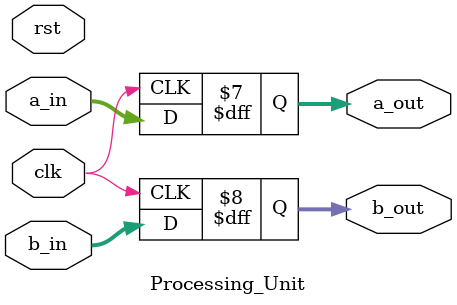
<source format=v>
module Processing_Unit #(
    parameter SIZE = 32,
    parameter ADDR_W = $clog2(SIZE),
    parameter DATA_W = 32,
    parameter MAC_W = 64
) (
    input clk,
    input rst,
    input [DATA_W-1:0] a_in, input [DATA_W-1:0] b_in,
    output [DATA_W-1:0] a_out, output [DATA_W-1:0] b_out
);
    wire [MAC_W-1:0] product;
    reg [MAC_W-1:0] sum_curr;
    wire [MAC_W-1:0] sum_next;

    assign product = a_in * b_in;
    assign sum_next = sum_curr + product;

    always @(posedge clk) begin
        if (rst) begin
            sum_curr <= 0;
        end else begin
            sum_curr <= sum_next;
        end
        a_out <= a_in;
        b_out <= b_in;
    end

endmodule
</source>
